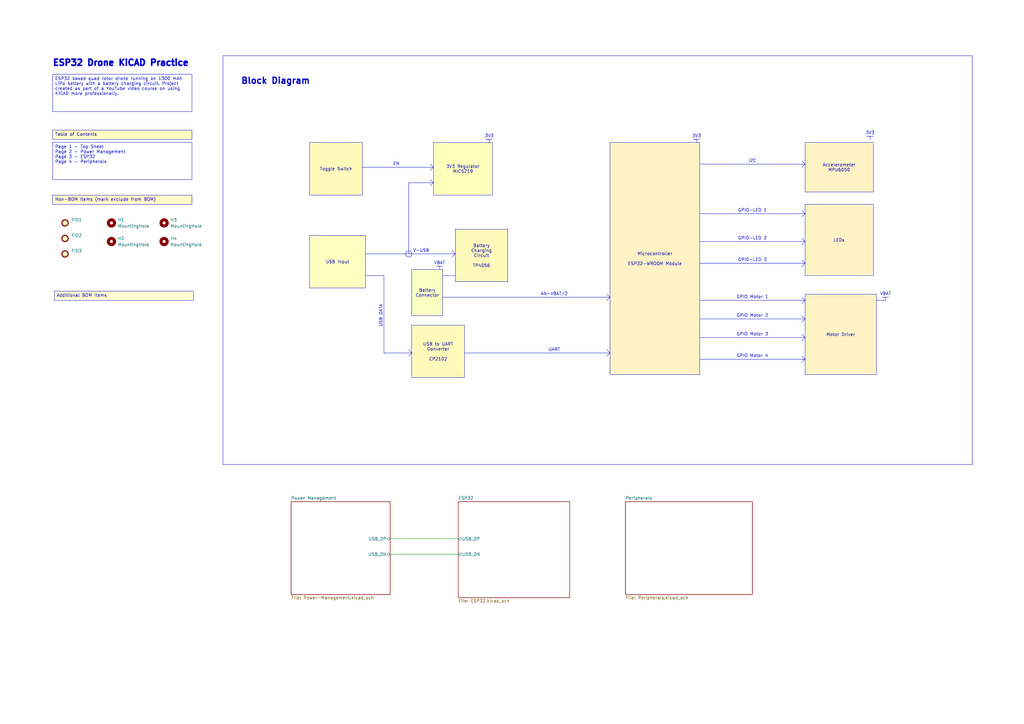
<source format=kicad_sch>
(kicad_sch (version 20250114) (generator "eeschema") (generator_version "9.0")
  (paper "A3")
  (title_block (title "ESP32 Drone PCB") (date "2025-12-29") (rev "1") (company "Aonic"))
  (lib_symbols
    (symbol "AI_NON-BOM:Fiducial-1mmPad-2mmMask" (in_bom no)
      (property "Reference" "FID" (at 0 5.08 0))
      (property "Value" "Fiducial-1mmPad-2mmMask" (at 0 3.175 0))
      (symbol "Fiducial-1mmPad-2mmMask_0_1"
        (circle (center 0 0) (radius 1.27) (stroke (width 0.508)) (fill (type background)))
      )
    )
    (symbol "Mechanical:MountingHole" (pin_names (offset 1.016)) (in_bom no)
      (property "Reference" "H" (at 0 5.08 0))
      (property "Value" "MountingHole" (at 0 3.175 0))
      (symbol "MountingHole_0_1"
        (circle (center 0 0) (radius 1.27) (stroke (width 1.27)))
      )
    )
  )
  (rectangle (start 91.44 22.86) (end 398.78 190.5))
  (circle (center 167.64 104.14) (radius 1.27) (fill (type color)))
  (text "3V3\n" (at 200.66 55.88 0) (effects (font (size 1.27 1.27))))
  (text "GPIO Motor 1" (at 308.61 121.92 0) (effects (font (size 1.27 1.27))))
  (text "3V3\n" (at 356.87 54.61 0) (effects (font (size 1.27 1.27))))
  (text "AN-VBAT/2" (at 227.33 120.65 0) (effects (font (size 1.27 1.27))))
  (text "Block Diagram\n" (at 113.03 33.274 0) (effects (font (size 2.54 2.54) (thickness 0.508) (bold yes))))
  (text "UART" (at 227.33 143.51 0) (effects (font (size 1.27 1.27))))
  (text "GPIO-LED 1" (at 308.61 86.36 0) (effects (font (size 1.27 1.27))))
  (text "USB DATA\n" (at 156.21 129.54 90) (effects (font (size 1.27 1.27))))
  (text "ESP32 Drone KiCAD Practice" (at 49.53 25.908 0) (effects (font (size 2.54 2.54) (thickness 0.762) (bold yes))))
  (text "I2C" (at 308.61 66.04 0) (effects (font (size 1.27 1.27))))
  (text "GPIO Motor 4" (at 308.61 146.05 0) (effects (font (size 1.27 1.27))))
  (text "GPIO-LED 2" (at 308.61 97.79 0) (effects (font (size 1.27 1.27))))
  (text "VBAT\n" (at 363.22 120.65 0) (effects (font (size 1.27 1.27))))
  (text "3V3\n" (at 285.75 55.88 0) (effects (font (size 1.27 1.27))))
  (text "EN" (at 162.56 67.31 0) (effects (font (size 1.27 1.27))))
  (text "GPIO Motor 2" (at 308.61 129.54 0) (effects (font (size 1.27 1.27))))
  (text "GPIO-LED 3" (at 308.61 106.68 0) (effects (font (size 1.27 1.27))))
  (text "VBAT" (at 180.34 107.95 0) (effects (font (size 1.27 1.27))))
  (text "GPIO Motor 3" (at 308.61 137.16 0) (effects (font (size 1.27 1.27))))
  (text "V-USB" (at 172.72 102.87 0) (effects (font (size 1.27 1.27))))
  (text_box "USB Input" (at 127 96.52 0) (size 22.86 21.59) (margins 0.9525 0.9525 0.9525 0.9525) (fill (type color) (color 255 254 192 1)) (effects (font (size 1.27 1.27))))
  (text_box "Battery\nCharging\nCircuit\n\nTP4056" (at 186.69 93.98 0) (size 21.59 21.59) (margins 0.9525 0.9525 0.9525 0.9525) (fill (type color) (color 255 249 186 1)) (effects (font (size 1.27 1.27))))
  (text_box "Toggle Switch" (at 127 58.42 0) (size 21.59 21.59) (margins 0.9525 0.9525 0.9525 0.9525) (fill (type color) (color 255 249 186 1)) (effects (font (size 1.27 1.27))))
  (text_box "Motor Driver" (at 330.2 120.65 0) (size 29.21 33.02) (margins 0.9525 0.9525 0.9525 0.9525) (fill (type color) (color 255 242 197 1)) (effects (font (size 1.27 1.27))))
  (text_box "Table of Contents" (at 21.59 53.34 0) (size 57.15 3.81) (margins 0.9525 0.9525 0.9525 0.9525) (fill (type color) (color 255 251 195 1)) (effects (font (size 1.27 1.27)) (justify left top)))
  (text_box "USB to UART Converter\n\nCP2102" (at 168.91 133.35 0) (size 21.59 21.59) (margins 0.9525 0.9525 0.9525 0.9525) (fill (type color) (color 255 249 186 1)) (effects (font (size 1.27 1.27))))
  (text_box "Additional BOM Items" (at 22.225 119.38 0) (size 57.15 3.81) (margins 0.9525 0.9525 0.9525 0.9525) (fill (type color) (color 255 253 207 1)) (effects (font (size 1.27 1.27)) (justify left top)))
  (text_box "LEDs" (at 330.2 83.82 0) (size 27.94 29.21) (margins 0.9525 0.9525 0.9525 0.9525) (fill (type color) (color 255 242 197 1)) (effects (font (size 1.27 1.27))))
  (text_box "Accelerometer\nMPU6050" (at 330.2 58.42 0) (size 27.94 20.32) (margins 0.9525 0.9525 0.9525 0.9525) (fill (type color) (color 255 242 197 1)) (effects (font (size 1.27 1.27))))
  (text_box "3V3 Regulator\nMIC5219" (at 177.8 58.42 0) (size 24.13 21.59) (margins 0.9525 0.9525 0.9525 0.9525) (fill (type color) (color 255 255 188 1)) (effects (font (size 1.27 1.27))))
  (text_box "ESP32 based quad rotor drone running on 1300 mAh LiPo battery with a battery charging circuit. Project created as part of a YouTube video course on using KiCAD more professionally." (at 21.59 30.48 0) (size 57.15 15.24) (margins 0.9525 0.9525 0.9525 0.9525) (effects (font (size 1.27 1.27)) (justify left top)))
  (text_box "Battery\nConnector" (at 168.91 110.49 0) (size 12.7 19.05) (margins 0.9525 0.9525 0.9525 0.9525) (fill (type color) (color 252 255 194 1)) (effects (font (size 1.27 1.27))))
  (text_box "Page 1 - Top Sheet\nPage 2 - Power Management\nPage 3 - ESP32\nPage 4 - Peripherals" (at 21.59 58.42 0) (size 57.15 15.24) (margins 0.9525 0.9525 0.9525 0.9525) (effects (font (size 1.27 1.27)) (justify left top)))
  (text_box "Non-BOM Items (mark exclude from BOM)" (at 21.59 80.01 0) (size 57.15 3.81) (margins 0.9525 0.9525 0.9525 0.9525) (fill (type color) (color 255 248 200 1)) (effects (font (size 1.27 1.27)) (justify left top)))
  (text_box "Microcontroller\n\nESP32-WROOM Module" (at 250.19 58.42 0) (size 36.83 95.25) (margins 0.9525 0.9525 0.9525 0.9525) (fill (type color) (color 255 242 197 1)) (effects (font (size 1.27 1.27))))
  (polyline (pts (xy 176.53 69.85) (xy 177.8 68.58)))
  (polyline (pts (xy 199.39 57.15) (xy 200.66 57.15)))
  (polyline (pts (xy 181.61 121.92) (xy 250.19 121.92)))
  (polyline (pts (xy 328.93 86.36) (xy 330.2 87.63)))
  (polyline (pts (xy 361.95 121.92) (xy 364.49 121.92)))
  (polyline (pts (xy 363.22 121.92) (xy 363.22 123.19)))
  (polyline (pts (xy 287.02 123.19) (xy 330.2 123.19)))
  (wire (pts (xy 160.02 220.98) (xy 187.96 220.98)))
  (polyline (pts (xy 179.07 109.22) (xy 181.61 109.22)))
  (polyline (pts (xy 359.41 123.19) (xy 363.22 123.19)))
  (polyline (pts (xy 328.93 146.05) (xy 330.2 147.32)))
  (polyline (pts (xy 328.93 139.7) (xy 330.2 138.43)))
  (polyline (pts (xy 167.64 74.93) (xy 177.8 74.93)))
  (polyline (pts (xy 361.95 121.92) (xy 363.22 121.92)))
  (polyline (pts (xy 167.64 146.05) (xy 168.91 144.78)))
  (polyline (pts (xy 328.93 88.9) (xy 330.2 87.63)))
  (polyline (pts (xy 176.53 67.31) (xy 177.8 68.58)))
  (polyline (pts (xy 248.92 143.51) (xy 250.19 144.78)))
  (polyline (pts (xy 167.64 143.51) (xy 168.91 144.78)))
  (polyline (pts (xy 185.42 102.87) (xy 186.69 104.14)))
  (polyline (pts (xy 179.07 109.22) (xy 180.34 109.22)))
  (polyline (pts (xy 287.02 87.63) (xy 330.2 87.63)))
  (polyline (pts (xy 287.02 107.95) (xy 330.2 107.95)))
  (polyline (pts (xy 287.02 130.81) (xy 330.2 130.81)))
  (polyline (pts (xy 328.93 66.04) (xy 330.2 67.31)))
  (polyline (pts (xy 328.93 97.79) (xy 330.2 99.06)))
  (polyline (pts (xy 355.6 55.88) (xy 356.87 55.88)))
  (polyline (pts (xy 190.5 144.78) (xy 250.19 144.78)))
  (polyline (pts (xy 148.59 68.58) (xy 177.8 68.58)))
  (polyline (pts (xy 355.6 55.88) (xy 358.14 55.88)))
  (polyline (pts (xy 328.93 147.32) (xy 330.2 147.32)))
  (polyline (pts (xy 328.93 148.59) (xy 330.2 147.32)))
  (polyline (pts (xy 287.02 67.31) (xy 330.2 67.31)))
  (polyline (pts (xy 328.93 106.68) (xy 330.2 107.95)))
  (polyline (pts (xy 180.34 109.22) (xy 180.34 110.49)))
  (polyline (pts (xy 200.66 57.15) (xy 200.66 58.42)))
  (polyline (pts (xy 328.93 129.54) (xy 330.2 130.81)))
  (polyline (pts (xy 284.48 57.15) (xy 285.75 57.15)))
  (polyline (pts (xy 248.92 146.05) (xy 250.19 144.78)))
  (polyline (pts (xy 356.87 55.88) (xy 356.87 57.15)))
  (wire (pts (xy 160.02 227.33) (xy 187.96 227.33)))
  (polyline (pts (xy 287.02 99.06) (xy 330.2 99.06)))
  (polyline (pts (xy 328.93 68.58) (xy 330.2 67.31)))
  (polyline (pts (xy 149.86 113.03) (xy 157.48 113.03)))
  (polyline (pts (xy 181.61 113.03) (xy 186.69 113.03)))
  (polyline (pts (xy 287.02 147.32) (xy 330.2 147.32)))
  (polyline (pts (xy 248.92 123.19) (xy 250.19 121.92)))
  (polyline (pts (xy 248.92 120.65) (xy 250.19 121.92)))
  (polyline (pts (xy 149.86 104.14) (xy 186.69 104.14)))
  (polyline (pts (xy 328.93 124.46) (xy 330.2 123.19)))
  (polyline (pts (xy 176.53 73.66) (xy 177.8 74.93)))
  (polyline (pts (xy 185.42 105.41) (xy 186.69 104.14)))
  (polyline (pts (xy 157.48 144.78) (xy 168.91 144.78)))
  (polyline (pts (xy 328.93 100.33) (xy 330.2 99.06)))
  (polyline (pts (xy 285.75 57.15) (xy 285.75 58.42)))
  (polyline (pts (xy 328.93 132.08) (xy 330.2 130.81)))
  (polyline (pts (xy 328.93 121.92) (xy 330.2 123.19)))
  (polyline (pts (xy 287.02 138.43) (xy 330.2 138.43)))
  (polyline (pts (xy 157.48 113.03) (xy 157.48 144.78)))
  (polyline (pts (xy 199.39 57.15) (xy 201.93 57.15)))
  (polyline (pts (xy 328.93 109.22) (xy 330.2 107.95)))
  (polyline (pts (xy 176.53 76.2) (xy 177.8 74.93)))
  (polyline (pts (xy 167.64 74.93) (xy 167.64 104.14)))
  (polyline (pts (xy 284.48 57.15) (xy 287.02 57.15)))
  (polyline (pts (xy 328.93 137.16) (xy 330.2 138.43)))
  (symbol (lib_id "AI_NON-BOM:Fiducial-1mmPad-2mmMask") (at 26.67 91.44 0) (unit 1) (in_bom no)
    (property "Reference" "FID1" (at 29.21 90.1699 0) (effects (justify left)))
    (property "Value" "Fiducial-1mmPad-2mmMask" (effects (hide yes)))
    (property "Footprint" "Fiducial:Fiducial_1mm_Mask2mm" (effects (hide yes)))
    (property "Description" "Fiducial Marker 1mm Pad 2mm Mask" (effects (hide yes)))
  )
  (symbol (lib_id "AI_NON-BOM:Fiducial-1mmPad-2mmMask") (at 26.67 97.79 0) (unit 1) (in_bom no)
    (property "Reference" "FID2" (at 29.21 96.5199 0) (effects (justify left)))
    (property "Value" "Fiducial-1mmPad-2mmMask" (effects (hide yes)))
    (property "Footprint" "Fiducial:Fiducial_1mm_Mask2mm" (effects (hide yes)))
    (property "Description" "Fiducial Marker 1mm Pad 2mm Mask" (effects (hide yes)))
  )
  (symbol (lib_id "Mechanical:MountingHole") (at 67.31 99.06 0) (unit 1) (in_bom no)
    (property "Reference" "H4" (at 69.85 97.7899 0) (effects (justify left)))
    (property "Value" "MountingHole" (at 69.85 100.3299 0) (effects (justify left)))
    (property "Footprint" "MountingHole:MountingHole_3.2mm_M3" (effects (hide yes)))
    (property "Description" "Mounting Hole without connection" (effects (hide yes)))
  )
  (symbol (lib_id "Mechanical:MountingHole") (at 67.31 91.44 0) (unit 1) (in_bom no)
    (property "Reference" "H3" (at 69.85 90.1699 0) (effects (justify left)))
    (property "Value" "MountingHole" (at 69.85 92.7099 0) (effects (justify left)))
    (property "Footprint" "MountingHole:MountingHole_3.2mm_M3" (effects (hide yes)))
    (property "Description" "Mounting Hole without connection" (effects (hide yes)))
  )
  (symbol (lib_id "AI_NON-BOM:Fiducial-1mmPad-2mmMask") (at 26.67 104.14 0) (unit 1) (in_bom no)
    (property "Reference" "FID3" (at 29.21 102.8699 0) (effects (justify left)))
    (property "Value" "Fiducial-1mmPad-2mmMask" (effects (hide yes)))
    (property "Footprint" "Fiducial:Fiducial_1mm_Mask2mm" (effects (hide yes)))
    (property "Description" "Fiducial Marker 1mm Pad 2mm Mask" (effects (hide yes)))
  )
  (symbol (lib_id "Mechanical:MountingHole") (at 45.72 91.44 0) (unit 1) (in_bom no)
    (property "Reference" "H1" (at 48.26 90.1699 0) (effects (justify left)))
    (property "Value" "MountingHole" (at 48.26 92.7099 0) (effects (justify left)))
    (property "Footprint" "MountingHole:MountingHole_3.2mm_M3" (effects (hide yes)))
    (property "Description" "Mounting Hole without connection" (effects (hide yes)))
  )
  (symbol (lib_id "Mechanical:MountingHole") (at 45.72 99.06 0) (unit 1) (in_bom no)
    (property "Reference" "H2" (at 48.26 97.7899 0) (effects (justify left)))
    (property "Value" "MountingHole" (at 48.26 100.3299 0) (effects (justify left)))
    (property "Footprint" "MountingHole:MountingHole_3.2mm_M3" (effects (hide yes)))
    (property "Description" "Mounting Hole without connection" (effects (hide yes)))
  )
  (sheet (at 119.38 205.74) (size 40.64 38.1) (stroke (width 0.1524))
    (property "Sheetname" "Power Management" (at 119.38 205.0284 0) (effects (justify left bottom)))
    (property "Sheetfile" "Power-Management.kicad_sch" (at 119.38 244.4246 0) (effects (justify left top)))
    (pin "USB_DN" bidirectional (at 160.02 227.33 0))
    (pin "USB_DP" bidirectional (at 160.02 220.98 0))
  )
  (sheet (at 187.96 205.74) (size 45.72 39.37) (stroke (width 0.1524))
    (property "Sheetname" "ESP32" (at 187.96 205.0284 0) (effects (justify left bottom)))
    (property "Sheetfile" "ESP32.kicad_sch" (at 187.96 245.6946 0) (effects (justify left top)))
    (pin "USB_DN" bidirectional (at 187.96 227.33 180))
    (pin "USB_DP" bidirectional (at 187.96 220.98 180))
  )
  (sheet (at 256.54 205.74) (size 52.07 38.1) (stroke (width 0.1524))
    (property "Sheetname" "Peripherals" (at 256.54 205.0284 0) (effects (justify left bottom)))
    (property "Sheetfile" "Peripherals.kicad_sch" (at 256.54 244.4246 0) (effects (justify left top)))
  )
)
</source>
